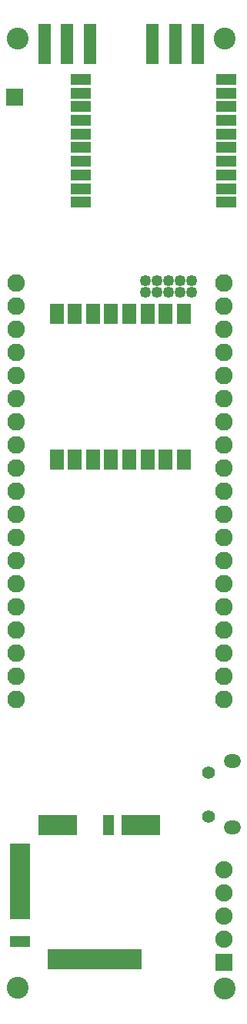
<source format=gbr>
G04 #@! TF.FileFunction,Soldermask,Bot*
%FSLAX46Y46*%
G04 Gerber Fmt 4.6, Leading zero omitted, Abs format (unit mm)*
G04 Created by KiCad (PCBNEW 4.0.6) date 06/09/17 16:27:28*
%MOMM*%
%LPD*%
G01*
G04 APERTURE LIST*
%ADD10C,0.100000*%
%ADD11O,1.930400X1.930400*%
%ADD12C,1.403200*%
%ADD13O,1.903200X1.503200*%
%ADD14C,2.403200*%
%ADD15O,1.253200X1.253200*%
%ADD16R,1.503200X2.203200*%
%ADD17R,1.473200X4.403200*%
%ADD18R,1.903200X1.903200*%
%ADD19O,1.903200X1.903200*%
%ADD20R,2.202180X1.203960*%
%ADD21R,2.300000X1.200000*%
%ADD22R,1.200000X2.300000*%
G04 APERTURE END LIST*
D10*
D11*
X24130000Y17780000D03*
X24130000Y20320000D03*
X24130000Y22860000D03*
X24130000Y25400000D03*
X24130000Y50800000D03*
X24130000Y48260000D03*
X24130000Y45720000D03*
X24130000Y43180000D03*
X24130000Y40640000D03*
X24130000Y38100000D03*
X24130000Y35560000D03*
X24130000Y33020000D03*
X24130000Y30480000D03*
X24130000Y27940000D03*
X24130000Y15240000D03*
X24130000Y12700000D03*
X24130000Y10160000D03*
X24130000Y7620000D03*
X24130000Y5080000D03*
D12*
X22425000Y-7800000D03*
X22425000Y-2950000D03*
D13*
X25075000Y-9000000D03*
X25075000Y-1750000D03*
D14*
X1400000Y-26600000D03*
X24200000Y-26700000D03*
X1400000Y77600000D03*
X24200000Y77600000D03*
D15*
X15494000Y49784000D03*
X15494000Y51054000D03*
X16764000Y49784000D03*
X16764000Y51054000D03*
X18034000Y49784000D03*
X18034000Y51054000D03*
X19304000Y49784000D03*
X19304000Y51054000D03*
X20574000Y49784000D03*
X20574000Y51054000D03*
D11*
X1270000Y17780000D03*
X1270000Y20320000D03*
X1270000Y22860000D03*
X1270000Y25400000D03*
X1270000Y50800000D03*
X1270000Y48260000D03*
X1270000Y45720000D03*
X1270000Y43180000D03*
X1270000Y40640000D03*
X1270000Y38100000D03*
X1270000Y35560000D03*
X1270000Y33020000D03*
X1270000Y30480000D03*
X1270000Y27940000D03*
X1270000Y15240000D03*
X1270000Y12700000D03*
X1270000Y10160000D03*
X1270000Y7620000D03*
X1270000Y5080000D03*
D16*
X19700000Y31370000D03*
X17700000Y31370000D03*
X15700000Y31370000D03*
X13700000Y31370000D03*
X11700000Y31370000D03*
X9700000Y31370000D03*
X7700000Y31370000D03*
X5700000Y31370000D03*
X5700000Y47370000D03*
X7700000Y47370000D03*
X9700000Y47370000D03*
X11700000Y47370000D03*
X13700000Y47370000D03*
X15700000Y47370000D03*
X17700000Y47370000D03*
X19700000Y47370000D03*
D17*
X18750400Y77000000D03*
X16250400Y77000000D03*
X21250400Y77000000D03*
D18*
X24100000Y-23800000D03*
D19*
X24100000Y-21260000D03*
X24100000Y-18720000D03*
X24100000Y-16180000D03*
X24100000Y-13640000D03*
D20*
X8382000Y59654440D03*
X8382000Y61153040D03*
X8382000Y62654180D03*
X8382000Y64152780D03*
X8382000Y65653920D03*
X8382000Y67152520D03*
X8382000Y68653660D03*
X8382000Y70152260D03*
X8382000Y71653400D03*
X8382000Y73152000D03*
X24384000Y73152000D03*
X24384000Y71653400D03*
X24384000Y70152260D03*
X24384000Y68653660D03*
X24384000Y67152520D03*
X24384000Y65653920D03*
X24384000Y64152780D03*
X24384000Y62654180D03*
X24384000Y61153040D03*
X24384000Y59654440D03*
D18*
X1066800Y71170800D03*
D21*
X1651000Y-18478501D03*
X1651000Y-17462501D03*
X1651000Y-16446500D03*
X1651000Y-15430500D03*
X1651000Y-14414501D03*
X1651000Y-13398501D03*
X1651000Y-12382501D03*
X1651000Y-11366501D03*
X1651000Y-21526501D03*
D22*
X7370450Y-8696101D03*
X6354450Y-8696101D03*
X5338450Y-8696101D03*
X4322450Y-8696101D03*
X11434450Y-8696101D03*
X13466453Y-8696101D03*
X14482450Y-8696101D03*
X15498450Y-8696101D03*
X16514450Y-8696101D03*
X5330230Y-23426371D03*
X6346230Y-23426371D03*
X7362230Y-23426371D03*
X8378230Y-23426371D03*
X9394230Y-23426371D03*
X10410230Y-23426371D03*
X11426230Y-23426371D03*
X12442234Y-23426371D03*
X13458234Y-23426371D03*
X14474230Y-23426371D03*
D17*
X6858000Y77012800D03*
X4358000Y77012800D03*
X9358000Y77012800D03*
M02*

</source>
